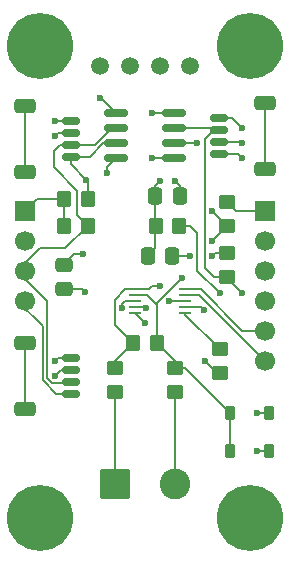
<source format=gbr>
%TF.GenerationSoftware,KiCad,Pcbnew,9.0.3*%
%TF.CreationDate,2026-01-02T19:57:44-06:00*%
%TF.ProjectId,IsolatedADSandVoltmeterPCB,49736f6c-6174-4656-9441-4453616e6456,rev?*%
%TF.SameCoordinates,Original*%
%TF.FileFunction,Copper,L1,Top*%
%TF.FilePolarity,Positive*%
%FSLAX46Y46*%
G04 Gerber Fmt 4.6, Leading zero omitted, Abs format (unit mm)*
G04 Created by KiCad (PCBNEW 9.0.3) date 2026-01-02 19:57:44*
%MOMM*%
%LPD*%
G01*
G04 APERTURE LIST*
G04 Aperture macros list*
%AMRoundRect*
0 Rectangle with rounded corners*
0 $1 Rounding radius*
0 $2 $3 $4 $5 $6 $7 $8 $9 X,Y pos of 4 corners*
0 Add a 4 corners polygon primitive as box body*
4,1,4,$2,$3,$4,$5,$6,$7,$8,$9,$2,$3,0*
0 Add four circle primitives for the rounded corners*
1,1,$1+$1,$2,$3*
1,1,$1+$1,$4,$5*
1,1,$1+$1,$6,$7*
1,1,$1+$1,$8,$9*
0 Add four rect primitives between the rounded corners*
20,1,$1+$1,$2,$3,$4,$5,0*
20,1,$1+$1,$4,$5,$6,$7,0*
20,1,$1+$1,$6,$7,$8,$9,0*
20,1,$1+$1,$8,$9,$2,$3,0*%
G04 Aperture macros list end*
%TA.AperFunction,ConnectorPad*%
%ADD10C,5.600000*%
%TD*%
%TA.AperFunction,ComponentPad*%
%ADD11C,3.600000*%
%TD*%
%TA.AperFunction,ComponentPad*%
%ADD12R,1.700000X1.700000*%
%TD*%
%TA.AperFunction,ComponentPad*%
%ADD13C,1.700000*%
%TD*%
%TA.AperFunction,SMDPad,CuDef*%
%ADD14RoundRect,0.250000X-0.350000X-0.450000X0.350000X-0.450000X0.350000X0.450000X-0.350000X0.450000X0*%
%TD*%
%TA.AperFunction,SMDPad,CuDef*%
%ADD15RoundRect,0.250000X-0.450000X0.350000X-0.450000X-0.350000X0.450000X-0.350000X0.450000X0.350000X0*%
%TD*%
%TA.AperFunction,SMDPad,CuDef*%
%ADD16RoundRect,0.225000X0.225000X0.375000X-0.225000X0.375000X-0.225000X-0.375000X0.225000X-0.375000X0*%
%TD*%
%TA.AperFunction,SMDPad,CuDef*%
%ADD17R,1.100000X0.250000*%
%TD*%
%TA.AperFunction,ComponentPad*%
%ADD18C,1.500000*%
%TD*%
%TA.AperFunction,SMDPad,CuDef*%
%ADD19RoundRect,0.150000X-0.825000X-0.150000X0.825000X-0.150000X0.825000X0.150000X-0.825000X0.150000X0*%
%TD*%
%TA.AperFunction,ComponentPad*%
%ADD20RoundRect,0.250000X-1.050000X-1.050000X1.050000X-1.050000X1.050000X1.050000X-1.050000X1.050000X0*%
%TD*%
%TA.AperFunction,ComponentPad*%
%ADD21C,2.600000*%
%TD*%
%TA.AperFunction,SMDPad,CuDef*%
%ADD22RoundRect,0.250000X0.350000X0.450000X-0.350000X0.450000X-0.350000X-0.450000X0.350000X-0.450000X0*%
%TD*%
%TA.AperFunction,SMDPad,CuDef*%
%ADD23RoundRect,0.250000X-0.475000X0.337500X-0.475000X-0.337500X0.475000X-0.337500X0.475000X0.337500X0*%
%TD*%
%TA.AperFunction,SMDPad,CuDef*%
%ADD24RoundRect,0.150000X0.625000X-0.150000X0.625000X0.150000X-0.625000X0.150000X-0.625000X-0.150000X0*%
%TD*%
%TA.AperFunction,SMDPad,CuDef*%
%ADD25RoundRect,0.250000X0.650000X-0.350000X0.650000X0.350000X-0.650000X0.350000X-0.650000X-0.350000X0*%
%TD*%
%TA.AperFunction,SMDPad,CuDef*%
%ADD26RoundRect,0.150000X-0.625000X0.150000X-0.625000X-0.150000X0.625000X-0.150000X0.625000X0.150000X0*%
%TD*%
%TA.AperFunction,SMDPad,CuDef*%
%ADD27RoundRect,0.250000X-0.650000X0.350000X-0.650000X-0.350000X0.650000X-0.350000X0.650000X0.350000X0*%
%TD*%
%TA.AperFunction,SMDPad,CuDef*%
%ADD28RoundRect,0.250000X0.450000X-0.350000X0.450000X0.350000X-0.450000X0.350000X-0.450000X-0.350000X0*%
%TD*%
%TA.AperFunction,SMDPad,CuDef*%
%ADD29RoundRect,0.250000X-0.337500X-0.475000X0.337500X-0.475000X0.337500X0.475000X-0.337500X0.475000X0*%
%TD*%
%TA.AperFunction,SMDPad,CuDef*%
%ADD30RoundRect,0.250000X0.337500X0.475000X-0.337500X0.475000X-0.337500X-0.475000X0.337500X-0.475000X0*%
%TD*%
%TA.AperFunction,SMDPad,CuDef*%
%ADD31RoundRect,0.225000X-0.225000X-0.375000X0.225000X-0.375000X0.225000X0.375000X-0.225000X0.375000X0*%
%TD*%
%TA.AperFunction,ViaPad*%
%ADD32C,0.600000*%
%TD*%
%TA.AperFunction,Conductor*%
%ADD33C,0.200000*%
%TD*%
G04 APERTURE END LIST*
D10*
%TO.P,H2,1*%
%TO.N,N/C*%
X146050000Y-38100000D03*
D11*
X146050000Y-38100000D03*
%TD*%
D12*
%TO.P,J2,1,Pin_1*%
%TO.N,5V-iso*%
X147320000Y-52070000D03*
D13*
%TO.P,J2,2,Pin_2*%
%TO.N,Gnd-iso*%
X147320000Y-54610000D03*
%TO.P,J2,3,Pin_3*%
%TO.N,/AIN3*%
X147320000Y-57150000D03*
%TO.P,J2,4,Pin_4*%
%TO.N,/AIN2*%
X147320000Y-59690000D03*
%TO.P,J2,5,Pin_5*%
%TO.N,/AIN1*%
X147320000Y-62230000D03*
%TO.P,J2,6,Pin_6*%
%TO.N,/AIN0*%
X147320000Y-64770000D03*
%TD*%
D12*
%TO.P,J1,1,Pin_1*%
%TO.N,VDD*%
X127000000Y-52070000D03*
D13*
%TO.P,J1,2,Pin_2*%
%TO.N,GND*%
X127000000Y-54610000D03*
%TO.P,J1,3,Pin_3*%
%TO.N,SDA*%
X127000000Y-57150000D03*
%TO.P,J1,4,Pin_4*%
%TO.N,SCL*%
X127000000Y-59690000D03*
%TD*%
D14*
%TO.P,R7,1*%
%TO.N,5V-iso*%
X138065000Y-53340000D03*
%TO.P,R7,2*%
%TO.N,ADS_ALERT*%
X140065000Y-53340000D03*
%TD*%
D15*
%TO.P,R12,1*%
%TO.N,ADS_ADDR*%
X143510000Y-63770000D03*
%TO.P,R12,2*%
%TO.N,Gnd-iso*%
X143510000Y-65770000D03*
%TD*%
D16*
%TO.P,D4,1,K*%
%TO.N,5V-iso*%
X147700000Y-72390000D03*
%TO.P,D4,2,A*%
%TO.N,/AIN3*%
X144400000Y-72390000D03*
%TD*%
D17*
%TO.P,U3,1,ADDR*%
%TO.N,ADS_ADDR*%
X140580000Y-60690000D03*
%TO.P,U3,2,ALERT/RDY*%
%TO.N,ADS_ALERT*%
X140580000Y-60190000D03*
%TO.P,U3,3,GND*%
%TO.N,Gnd-iso*%
X140580000Y-59690000D03*
%TO.P,U3,4,AIN0*%
%TO.N,/AIN0*%
X140580000Y-59190000D03*
%TO.P,U3,5,AIN1*%
%TO.N,/AIN1*%
X140580000Y-58690000D03*
%TO.P,U3,6,AIN2*%
%TO.N,/AIN2*%
X136280000Y-58690000D03*
%TO.P,U3,7,AIN3*%
%TO.N,/AIN3*%
X136280000Y-59190000D03*
%TO.P,U3,8,VDD*%
%TO.N,5V-iso*%
X136280000Y-59690000D03*
%TO.P,U3,9,SDA*%
%TO.N,SDA-5V*%
X136280000Y-60190000D03*
%TO.P,U3,10,SCL*%
%TO.N,SCL-5V*%
X136280000Y-60690000D03*
%TD*%
D18*
%TO.P,U14,1,VIN-*%
%TO.N,GND*%
X133350000Y-39830000D03*
%TO.P,U14,2,VIN+*%
%TO.N,VDD*%
X135890000Y-39830000D03*
%TO.P,U14,3,Vout-*%
%TO.N,Gnd-iso*%
X138430000Y-39830000D03*
%TO.P,U14,4,Vout+*%
%TO.N,5V-iso*%
X140970000Y-39830000D03*
%TD*%
D19*
%TO.P,U13,1,VCC1*%
%TO.N,VDD*%
X134685000Y-43815000D03*
%TO.P,U13,2,SDA1*%
%TO.N,SDA*%
X134685000Y-45085000D03*
%TO.P,U13,3,SCL1*%
%TO.N,SCL*%
X134685000Y-46355000D03*
%TO.P,U13,4,GND1*%
%TO.N,GND*%
X134685000Y-47625000D03*
%TO.P,U13,5,GND2*%
%TO.N,Gnd-iso*%
X139635000Y-47625000D03*
%TO.P,U13,6,SCL2*%
%TO.N,SCL-5V*%
X139635000Y-46355000D03*
%TO.P,U13,7,SDA2*%
%TO.N,SDA-5V*%
X139635000Y-45085000D03*
%TO.P,U13,8,VCC2*%
%TO.N,5V-iso*%
X139635000Y-43815000D03*
%TD*%
D11*
%TO.P,H1,1*%
%TO.N,N/C*%
X128270000Y-38100000D03*
D10*
X128270000Y-38100000D03*
%TD*%
D20*
%TO.P,J15,1,Pin_1*%
%TO.N,Net-(J15-Pin_1)*%
X134615000Y-75146250D03*
D21*
%TO.P,J15,2,Pin_2*%
%TO.N,Net-(J15-Pin_2)*%
X139695000Y-75146250D03*
%TD*%
D22*
%TO.P,R24,1*%
%TO.N,/AIN3*%
X138160000Y-63230000D03*
%TO.P,R24,2*%
%TO.N,/AIN2*%
X136160000Y-63230000D03*
%TD*%
D23*
%TO.P,C8,1*%
%TO.N,VDD*%
X130302000Y-56620500D03*
%TO.P,C8,2*%
%TO.N,GND*%
X130302000Y-58695500D03*
%TD*%
D24*
%TO.P,J4,1,Pin_1*%
%TO.N,Gnd-iso*%
X143415000Y-47220000D03*
%TO.P,J4,2,Pin_2*%
%TO.N,5V-iso*%
X143415000Y-46220000D03*
%TO.P,J4,3,Pin_3*%
%TO.N,SDA-5V*%
X143415000Y-45220000D03*
%TO.P,J4,4,Pin_4*%
%TO.N,SCL-5V*%
X143415000Y-44220000D03*
D25*
%TO.P,J4,MP,MountPin*%
%TO.N,unconnected-(J4-MountPin-PadMP)*%
X147290000Y-48520000D03*
X147290000Y-42920000D03*
%TD*%
D26*
%TO.P,J5,1,Pin_1*%
%TO.N,GND*%
X130905000Y-64540000D03*
%TO.P,J5,2,Pin_2*%
%TO.N,VDD*%
X130905000Y-65540000D03*
%TO.P,J5,3,Pin_3*%
%TO.N,SDA*%
X130905000Y-66540000D03*
%TO.P,J5,4,Pin_4*%
%TO.N,SCL*%
X130905000Y-67540000D03*
D27*
%TO.P,J5,MP,MountPin*%
%TO.N,unconnected-(J5-MountPin-PadMP)*%
X127030000Y-63240000D03*
X127030000Y-68840000D03*
%TD*%
D28*
%TO.P,R18,1*%
%TO.N,Net-(J15-Pin_1)*%
X134620000Y-67405000D03*
%TO.P,R18,2*%
%TO.N,/AIN2*%
X134620000Y-65405000D03*
%TD*%
D11*
%TO.P,H4,1*%
%TO.N,N/C*%
X146045000Y-78105000D03*
D10*
X146045000Y-78105000D03*
%TD*%
D29*
%TO.P,C7,1*%
%TO.N,5V-iso*%
X138027500Y-50800000D03*
%TO.P,C7,2*%
%TO.N,Gnd-iso*%
X140102500Y-50800000D03*
%TD*%
D26*
%TO.P,J3,1,Pin_1*%
%TO.N,GND*%
X130875000Y-44480000D03*
%TO.P,J3,2,Pin_2*%
%TO.N,VDD*%
X130875000Y-45480000D03*
%TO.P,J3,3,Pin_3*%
%TO.N,SDA*%
X130875000Y-46480000D03*
%TO.P,J3,4,Pin_4*%
%TO.N,SCL*%
X130875000Y-47480000D03*
D27*
%TO.P,J3,MP,MountPin*%
%TO.N,unconnected-(J3-MountPin-PadMP)*%
X127000000Y-43180000D03*
X127000000Y-48780000D03*
%TD*%
D30*
%TO.P,C4,1*%
%TO.N,Gnd-iso*%
X139467500Y-55880000D03*
%TO.P,C4,2*%
%TO.N,5V-iso*%
X137392500Y-55880000D03*
%TD*%
D28*
%TO.P,R17,1*%
%TO.N,Net-(J15-Pin_2)*%
X139700000Y-67405000D03*
%TO.P,R17,2*%
%TO.N,/AIN3*%
X139700000Y-65405000D03*
%TD*%
D14*
%TO.P,R1,1*%
%TO.N,VDD*%
X130318000Y-53340000D03*
%TO.P,R1,2*%
%TO.N,SDA*%
X132318000Y-53340000D03*
%TD*%
D15*
%TO.P,R6,1*%
%TO.N,5V-iso*%
X144145000Y-55642000D03*
%TO.P,R6,2*%
%TO.N,SDA-5V*%
X144145000Y-57642000D03*
%TD*%
D31*
%TO.P,D5,1,K*%
%TO.N,/AIN3*%
X144400000Y-69215000D03*
%TO.P,D5,2,A*%
%TO.N,Gnd-iso*%
X147700000Y-69215000D03*
%TD*%
D11*
%TO.P,H3,1*%
%TO.N,N/C*%
X128270000Y-78105000D03*
D10*
X128270000Y-78105000D03*
%TD*%
D15*
%TO.P,R5,1*%
%TO.N,5V-iso*%
X144145000Y-51340000D03*
%TO.P,R5,2*%
%TO.N,SCL-5V*%
X144145000Y-53340000D03*
%TD*%
D14*
%TO.P,R2,1*%
%TO.N,VDD*%
X130318000Y-51036000D03*
%TO.P,R2,2*%
%TO.N,SCL*%
X132318000Y-51036000D03*
%TD*%
D32*
%TO.N,SCL-5V*%
X142875000Y-52070000D03*
%TO.N,ADS_ALERT*%
X142133235Y-60431765D03*
X143510000Y-59055000D03*
%TO.N,Gnd-iso*%
X139170615Y-59670913D03*
X142240000Y-64770000D03*
%TO.N,5V-iso*%
X142875000Y-55880000D03*
%TO.N,SCL-5V*%
X142875000Y-54610000D03*
%TO.N,SDA-5V*%
X145415000Y-59055000D03*
%TO.N,/AIN2*%
X138430000Y-58420000D03*
%TO.N,5V-iso*%
X146685000Y-72390000D03*
%TO.N,Gnd-iso*%
X146685000Y-69215000D03*
%TO.N,SCL-5V*%
X137160000Y-61595000D03*
%TO.N,SDA-5V*%
X137234369Y-60270913D03*
%TO.N,5V-iso*%
X135230110Y-60325524D03*
%TO.N,Gnd-iso*%
X140970000Y-55880000D03*
X139700000Y-49530000D03*
%TO.N,5V-iso*%
X138430000Y-49530000D03*
%TO.N,SCL-5V*%
X145415000Y-45085000D03*
X141605000Y-46355000D03*
%TO.N,5V-iso*%
X145415000Y-46355000D03*
%TO.N,Gnd-iso*%
X145415000Y-47625000D03*
X137795000Y-47625000D03*
%TO.N,5V-iso*%
X137795000Y-43815000D03*
%TO.N,VDD*%
X129540000Y-66040000D03*
%TO.N,GND*%
X129540000Y-64770000D03*
%TO.N,SCL*%
X132203000Y-49407000D03*
%TO.N,VDD*%
X129540000Y-45720000D03*
X133350000Y-42545000D03*
%TO.N,GND*%
X133985000Y-48895000D03*
X129540000Y-44450000D03*
X132080000Y-58949500D03*
%TO.N,VDD*%
X131931500Y-55753000D03*
%TO.N,/AIN3*%
X140271500Y-57721500D03*
%TD*%
D33*
%TO.N,unconnected-(J5-MountPin-PadMP)*%
X127030000Y-63240000D02*
X127030000Y-68840000D01*
%TO.N,unconnected-(J4-MountPin-PadMP)*%
X147290000Y-42920000D02*
X147290000Y-48520000D01*
%TO.N,unconnected-(J3-MountPin-PadMP)*%
X127000000Y-43180000D02*
X127000000Y-48780000D01*
%TO.N,SDA-5V*%
X142240000Y-45978032D02*
X142998032Y-45220000D01*
X142998032Y-45220000D02*
X143415000Y-45220000D01*
X142240000Y-56864000D02*
X142240000Y-45978032D01*
X143018000Y-57642000D02*
X142240000Y-56864000D01*
X144145000Y-57642000D02*
X143018000Y-57642000D01*
%TO.N,SCL-5V*%
X142875000Y-52070000D02*
X144145000Y-53340000D01*
X144145000Y-53340000D02*
X142875000Y-54610000D01*
%TO.N,ADS_ALERT*%
X141605000Y-53975000D02*
X140970000Y-53340000D01*
X143510000Y-59055000D02*
X141605000Y-57150000D01*
X141605000Y-57150000D02*
X141605000Y-53975000D01*
X140970000Y-53340000D02*
X140065000Y-53340000D01*
X141891470Y-60190000D02*
X142133235Y-60431765D01*
X140580000Y-60190000D02*
X141891470Y-60190000D01*
%TO.N,/AIN1*%
X141875000Y-58690000D02*
X140580000Y-58690000D01*
X145415000Y-62230000D02*
X141875000Y-58690000D01*
X147320000Y-62230000D02*
X145415000Y-62230000D01*
%TO.N,Gnd-iso*%
X139151528Y-59690000D02*
X139170615Y-59670913D01*
X140580000Y-59690000D02*
X139151528Y-59690000D01*
X143240000Y-65770000D02*
X142240000Y-64770000D01*
X143510000Y-65770000D02*
X143240000Y-65770000D01*
%TO.N,ADS_ADDR*%
X140580000Y-60840000D02*
X143510000Y-63770000D01*
X140580000Y-60690000D02*
X140580000Y-60840000D01*
%TO.N,5V-iso*%
X143113000Y-55642000D02*
X142875000Y-55880000D01*
X144145000Y-55642000D02*
X143113000Y-55642000D01*
%TO.N,SDA-5V*%
X144145000Y-57785000D02*
X145415000Y-59055000D01*
X144145000Y-57642000D02*
X144145000Y-57785000D01*
%TO.N,/AIN2*%
X137795000Y-58420000D02*
X138430000Y-58420000D01*
X137525000Y-58690000D02*
X137795000Y-58420000D01*
X136280000Y-58690000D02*
X137525000Y-58690000D01*
%TO.N,/AIN0*%
X141740000Y-59190000D02*
X140580000Y-59190000D01*
X147320000Y-64770000D02*
X141740000Y-59190000D01*
%TO.N,5V-iso*%
X147700000Y-72390000D02*
X146685000Y-72390000D01*
%TO.N,Gnd-iso*%
X147700000Y-69215000D02*
X146685000Y-69215000D01*
%TO.N,/AIN3*%
X144400000Y-69215000D02*
X144400000Y-72390000D01*
X140590000Y-65405000D02*
X144400000Y-69215000D01*
X139700000Y-65405000D02*
X140590000Y-65405000D01*
%TO.N,SCL-5V*%
X136280000Y-60715000D02*
X137160000Y-61595000D01*
X136280000Y-60690000D02*
X136280000Y-60715000D01*
%TO.N,SDA-5V*%
X137214087Y-60270913D02*
X137234369Y-60270913D01*
X137160000Y-60325000D02*
X137214087Y-60270913D01*
X137025000Y-60190000D02*
X137160000Y-60325000D01*
X136280000Y-60190000D02*
X137025000Y-60190000D01*
%TO.N,5V-iso*%
X135230634Y-60325000D02*
X135230110Y-60325524D01*
X135255000Y-60325000D02*
X135230634Y-60325000D01*
X135255000Y-59938000D02*
X135255000Y-60325000D01*
X135503000Y-59690000D02*
X135255000Y-59938000D01*
X136280000Y-59690000D02*
X135503000Y-59690000D01*
%TO.N,/AIN2*%
X134620000Y-59573000D02*
X134620000Y-61690000D01*
X134620000Y-61690000D02*
X136160000Y-63230000D01*
X136280000Y-58690000D02*
X135503000Y-58690000D01*
X135503000Y-58690000D02*
X134620000Y-59573000D01*
%TO.N,/AIN3*%
X138160000Y-60055000D02*
X138160000Y-63230000D01*
X137295000Y-59190000D02*
X138160000Y-60055000D01*
X136280000Y-59190000D02*
X137295000Y-59190000D01*
%TO.N,5V-iso*%
X138027500Y-55245000D02*
X137392500Y-55880000D01*
X138027500Y-50800000D02*
X138027500Y-55245000D01*
%TO.N,Gnd-iso*%
X139467500Y-55880000D02*
X140970000Y-55880000D01*
X140102500Y-49932500D02*
X139700000Y-49530000D01*
X140102500Y-50800000D02*
X140102500Y-49932500D01*
%TO.N,5V-iso*%
X138027500Y-49932500D02*
X138430000Y-49530000D01*
X138027500Y-50800000D02*
X138027500Y-49932500D01*
X144875000Y-52070000D02*
X144145000Y-51340000D01*
X147320000Y-52070000D02*
X144875000Y-52070000D01*
%TO.N,SCL-5V*%
X144550000Y-44220000D02*
X145415000Y-45085000D01*
X143415000Y-44220000D02*
X144550000Y-44220000D01*
X139635000Y-46355000D02*
X141605000Y-46355000D01*
%TO.N,SDA-5V*%
X139635000Y-45085000D02*
X143280000Y-45085000D01*
X143280000Y-45085000D02*
X143415000Y-45220000D01*
%TO.N,5V-iso*%
X145280000Y-46220000D02*
X145415000Y-46355000D01*
X143415000Y-46220000D02*
X145280000Y-46220000D01*
%TO.N,Gnd-iso*%
X145010000Y-47220000D02*
X145415000Y-47625000D01*
X143415000Y-47220000D02*
X145010000Y-47220000D01*
X139635000Y-47625000D02*
X137795000Y-47625000D01*
%TO.N,5V-iso*%
X139635000Y-43815000D02*
X137795000Y-43815000D01*
%TO.N,SCL*%
X128504000Y-66421043D02*
X129622957Y-67540000D01*
X129622957Y-67540000D02*
X130905000Y-67540000D01*
X128504000Y-61829000D02*
X128504000Y-66421043D01*
X126365000Y-59690000D02*
X128504000Y-61829000D01*
%TO.N,SDA*%
X128905000Y-59690000D02*
X126365000Y-57150000D01*
X129291057Y-66641000D02*
X128905000Y-66254943D01*
X128905000Y-66254943D02*
X128905000Y-59690000D01*
X130804000Y-66641000D02*
X129291057Y-66641000D01*
X130905000Y-66540000D02*
X130804000Y-66641000D01*
%TO.N,VDD*%
X130040000Y-65540000D02*
X129540000Y-66040000D01*
X130905000Y-65540000D02*
X130040000Y-65540000D01*
%TO.N,GND*%
X129770000Y-64540000D02*
X129540000Y-64770000D01*
X130905000Y-64540000D02*
X129770000Y-64540000D01*
%TO.N,SCL*%
X132203000Y-49407000D02*
X130875000Y-48079000D01*
%TO.N,SDA*%
X128270000Y-55245000D02*
X126365000Y-57150000D01*
X132318000Y-53340000D02*
X130413000Y-55245000D01*
X130413000Y-55245000D02*
X128270000Y-55245000D01*
%TO.N,SCL*%
X132510132Y-47480000D02*
X130875000Y-47480000D01*
X133635132Y-46355000D02*
X132510132Y-47480000D01*
X134685000Y-46355000D02*
X133635132Y-46355000D01*
%TO.N,SDA*%
X134338032Y-45085000D02*
X134685000Y-45085000D01*
X132943032Y-46480000D02*
X134338032Y-45085000D01*
X130875000Y-46480000D02*
X132943032Y-46480000D01*
%TO.N,VDD*%
X129780000Y-45480000D02*
X129540000Y-45720000D01*
X130875000Y-45480000D02*
X129780000Y-45480000D01*
X133415000Y-42545000D02*
X133350000Y-42545000D01*
X134685000Y-43815000D02*
X133415000Y-42545000D01*
%TO.N,GND*%
X133985000Y-48325000D02*
X133985000Y-48895000D01*
X134685000Y-47625000D02*
X133985000Y-48325000D01*
X129570000Y-44480000D02*
X129540000Y-44450000D01*
X130875000Y-44480000D02*
X129570000Y-44480000D01*
%TO.N,SDA*%
X129997001Y-46480000D02*
X130875000Y-46480000D01*
X129448000Y-47029001D02*
X129997001Y-46480000D01*
X131417000Y-50350840D02*
X129448000Y-48381840D01*
X131417000Y-52439000D02*
X131417000Y-50350840D01*
X129448000Y-48381840D02*
X129448000Y-47029001D01*
X132318000Y-53340000D02*
X131417000Y-52439000D01*
%TO.N,SCL*%
X130875000Y-48079000D02*
X130875000Y-47480000D01*
X132318000Y-49522000D02*
X132203000Y-49407000D01*
X132318000Y-51036000D02*
X132318000Y-49522000D01*
%TO.N,GND*%
X130302000Y-58695500D02*
X131826000Y-58695500D01*
X131826000Y-58695500D02*
X132080000Y-58949500D01*
%TO.N,VDD*%
X128034000Y-51036000D02*
X127000000Y-52070000D01*
X131169500Y-55753000D02*
X130302000Y-56620500D01*
X130318000Y-51036000D02*
X128034000Y-51036000D01*
X130318000Y-51036000D02*
X130318000Y-53086000D01*
X131931500Y-55753000D02*
X131169500Y-55753000D01*
%TO.N,/AIN3*%
X138160000Y-63230000D02*
X139700000Y-64770000D01*
X139700000Y-64770000D02*
X139700000Y-65405000D01*
%TO.N,/AIN2*%
X134620000Y-65405000D02*
X134620000Y-64770000D01*
X134620000Y-64770000D02*
X136160000Y-63230000D01*
%TO.N,Net-(J15-Pin_2)*%
X139695000Y-67093750D02*
X139700000Y-67088750D01*
X139695000Y-75146250D02*
X139695000Y-67093750D01*
%TO.N,Net-(J15-Pin_1)*%
X134615000Y-67093750D02*
X134620000Y-67088750D01*
X134615000Y-75146250D02*
X134615000Y-67093750D01*
%TO.N,/AIN3*%
X140271500Y-57721500D02*
X138160000Y-59833000D01*
X138160000Y-59833000D02*
X138160000Y-60055000D01*
%TD*%
M02*

</source>
